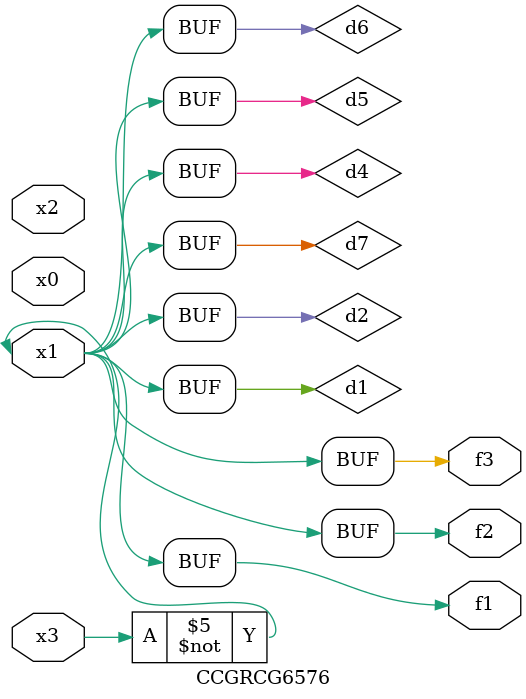
<source format=v>
module CCGRCG6576(
	input x0, x1, x2, x3,
	output f1, f2, f3
);

	wire d1, d2, d3, d4, d5, d6, d7;

	not (d1, x3);
	buf (d2, x1);
	xnor (d3, d1, d2);
	nor (d4, d1);
	buf (d5, d1, d2);
	buf (d6, d4, d5);
	nand (d7, d4);
	assign f1 = d6;
	assign f2 = d7;
	assign f3 = d6;
endmodule

</source>
